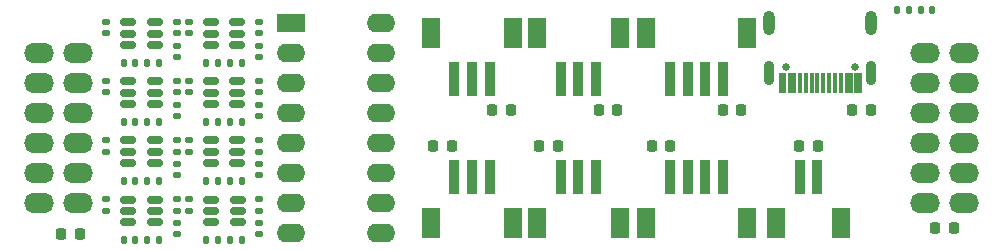
<source format=gbs>
G04 #@! TF.GenerationSoftware,KiCad,Pcbnew,7.0.9-7.0.9~ubuntu22.04.1*
G04 #@! TF.CreationDate,2023-11-24T17:50:00-08:00*
G04 #@! TF.ProjectId,pmod-level-conv-2,706d6f64-2d6c-4657-9665-6c2d636f6e76,rev?*
G04 #@! TF.SameCoordinates,Original*
G04 #@! TF.FileFunction,Soldermask,Bot*
G04 #@! TF.FilePolarity,Negative*
%FSLAX46Y46*%
G04 Gerber Fmt 4.6, Leading zero omitted, Abs format (unit mm)*
G04 Created by KiCad (PCBNEW 7.0.9-7.0.9~ubuntu22.04.1) date 2023-11-24 17:50:00*
%MOMM*%
%LPD*%
G01*
G04 APERTURE LIST*
G04 Aperture macros list*
%AMRoundRect*
0 Rectangle with rounded corners*
0 $1 Rounding radius*
0 $2 $3 $4 $5 $6 $7 $8 $9 X,Y pos of 4 corners*
0 Add a 4 corners polygon primitive as box body*
4,1,4,$2,$3,$4,$5,$6,$7,$8,$9,$2,$3,0*
0 Add four circle primitives for the rounded corners*
1,1,$1+$1,$2,$3*
1,1,$1+$1,$4,$5*
1,1,$1+$1,$6,$7*
1,1,$1+$1,$8,$9*
0 Add four rect primitives between the rounded corners*
20,1,$1+$1,$2,$3,$4,$5,0*
20,1,$1+$1,$4,$5,$6,$7,0*
20,1,$1+$1,$6,$7,$8,$9,0*
20,1,$1+$1,$8,$9,$2,$3,0*%
G04 Aperture macros list end*
%ADD10O,2.540000X1.700000*%
%ADD11R,2.400000X1.600000*%
%ADD12O,2.400000X1.600000*%
%ADD13RoundRect,0.147500X-0.172500X0.147500X-0.172500X-0.147500X0.172500X-0.147500X0.172500X0.147500X0*%
%ADD14RoundRect,0.150000X-0.512500X-0.150000X0.512500X-0.150000X0.512500X0.150000X-0.512500X0.150000X0*%
%ADD15RoundRect,0.218750X-0.218750X-0.256250X0.218750X-0.256250X0.218750X0.256250X-0.218750X0.256250X0*%
%ADD16RoundRect,0.218750X0.218750X0.256250X-0.218750X0.256250X-0.218750X-0.256250X0.218750X-0.256250X0*%
%ADD17R,0.950000X3.000000*%
%ADD18R,1.500000X2.500000*%
%ADD19RoundRect,0.147500X0.147500X0.172500X-0.147500X0.172500X-0.147500X-0.172500X0.147500X-0.172500X0*%
%ADD20RoundRect,0.147500X-0.147500X-0.172500X0.147500X-0.172500X0.147500X0.172500X-0.147500X0.172500X0*%
%ADD21C,0.650000*%
%ADD22R,0.300000X1.750000*%
%ADD23O,1.000000X2.100000*%
%ADD24O,0.900000X2.100000*%
G04 APERTURE END LIST*
D10*
G04 #@! TO.C,J2*
X127330000Y-93650000D03*
X127330000Y-96190000D03*
X127330000Y-98730000D03*
X127330000Y-101270000D03*
X127330000Y-103810000D03*
X127330000Y-106350000D03*
X130670000Y-93650000D03*
X130670000Y-96190000D03*
X130670000Y-98730000D03*
X130670000Y-101270000D03*
X130670000Y-103810000D03*
X130670000Y-106350000D03*
G04 #@! TD*
G04 #@! TO.C,J1*
X55670000Y-93650000D03*
X55670000Y-96190000D03*
X55670000Y-98730000D03*
X55670000Y-101270000D03*
X55670000Y-103810000D03*
X55670000Y-106350000D03*
X52330000Y-93650000D03*
X52330000Y-96190000D03*
X52330000Y-98730000D03*
X52330000Y-101270000D03*
X52330000Y-103810000D03*
X52330000Y-106350000D03*
G04 #@! TD*
D11*
G04 #@! TO.C,SW1*
X73700000Y-91100000D03*
D12*
X73700000Y-93640000D03*
X73700000Y-96180000D03*
X73700000Y-98720000D03*
X73700000Y-101260000D03*
X73700000Y-103800000D03*
X73700000Y-106340000D03*
X73700000Y-108880000D03*
X81320000Y-108880000D03*
X81320000Y-106340000D03*
X81320000Y-103800000D03*
X81320000Y-101260000D03*
X81320000Y-98720000D03*
X81320000Y-96180000D03*
X81320000Y-93640000D03*
X81320000Y-91100000D03*
G04 #@! TD*
D13*
G04 #@! TO.C,R7*
X64000000Y-101015000D03*
X64000000Y-101985000D03*
G04 #@! TD*
D14*
G04 #@! TO.C,U6*
X66862500Y-97950000D03*
X66862500Y-97000000D03*
X66862500Y-96050000D03*
X69137500Y-96050000D03*
X69137500Y-97000000D03*
X69137500Y-97950000D03*
G04 #@! TD*
G04 #@! TO.C,U2*
X59862500Y-97950000D03*
X59862500Y-97000000D03*
X59862500Y-96050000D03*
X62137500Y-96050000D03*
X62137500Y-97000000D03*
X62137500Y-97950000D03*
G04 #@! TD*
D15*
G04 #@! TO.C,C20*
X94712500Y-101500000D03*
X96287500Y-101500000D03*
G04 #@! TD*
D13*
G04 #@! TO.C,R19*
X71000000Y-101015000D03*
X71000000Y-101985000D03*
G04 #@! TD*
D16*
G04 #@! TO.C,C23*
X111787500Y-98500000D03*
X110212500Y-98500000D03*
G04 #@! TD*
D15*
G04 #@! TO.C,C26*
X128212500Y-108500000D03*
X129787500Y-108500000D03*
G04 #@! TD*
D13*
G04 #@! TO.C,R16*
X71000000Y-96015000D03*
X71000000Y-96985000D03*
G04 #@! TD*
D14*
G04 #@! TO.C,U1*
X59862500Y-92950000D03*
X59862500Y-92000000D03*
X59862500Y-91050000D03*
X62137500Y-91050000D03*
X62137500Y-92000000D03*
X62137500Y-92950000D03*
G04 #@! TD*
D17*
G04 #@! TO.C,J3*
X90500000Y-104133300D03*
X89000000Y-104133300D03*
X87500001Y-104133300D03*
D18*
X92500000Y-108033300D03*
X85500000Y-108033300D03*
G04 #@! TD*
D19*
G04 #@! TO.C,C16*
X69485000Y-109500000D03*
X68515000Y-109500000D03*
G04 #@! TD*
G04 #@! TO.C,C4*
X62485000Y-99500000D03*
X61515000Y-99500000D03*
G04 #@! TD*
D13*
G04 #@! TO.C,R23*
X65000000Y-106015000D03*
X65000000Y-106985000D03*
G04 #@! TD*
D19*
G04 #@! TO.C,C8*
X62485000Y-109500000D03*
X61515000Y-109500000D03*
G04 #@! TD*
D20*
G04 #@! TO.C,C7*
X59515000Y-109500000D03*
X60485000Y-109500000D03*
G04 #@! TD*
D13*
G04 #@! TO.C,R17*
X65000000Y-96015000D03*
X65000000Y-96985000D03*
G04 #@! TD*
D20*
G04 #@! TO.C,C5*
X59515000Y-104500000D03*
X60485000Y-104500000D03*
G04 #@! TD*
D13*
G04 #@! TO.C,R2*
X64000000Y-91015000D03*
X64000000Y-91985000D03*
G04 #@! TD*
G04 #@! TO.C,R20*
X65000000Y-101015000D03*
X65000000Y-101985000D03*
G04 #@! TD*
G04 #@! TO.C,R1*
X58000000Y-91015000D03*
X58000000Y-91985000D03*
G04 #@! TD*
G04 #@! TO.C,R15*
X71000000Y-93015000D03*
X71000000Y-93985000D03*
G04 #@! TD*
G04 #@! TO.C,R22*
X71000000Y-106015000D03*
X71000000Y-106985000D03*
G04 #@! TD*
D14*
G04 #@! TO.C,U8*
X66916190Y-107950000D03*
X66916190Y-107000000D03*
X66916190Y-106050000D03*
X69191190Y-106050000D03*
X69191190Y-107000000D03*
X69191190Y-107950000D03*
G04 #@! TD*
D13*
G04 #@! TO.C,R21*
X71000000Y-103015000D03*
X71000000Y-103985000D03*
G04 #@! TD*
D20*
G04 #@! TO.C,C9*
X66515000Y-94500000D03*
X67485000Y-94500000D03*
G04 #@! TD*
D19*
G04 #@! TO.C,C2*
X62485000Y-94500000D03*
X61515000Y-94500000D03*
G04 #@! TD*
G04 #@! TO.C,C14*
X69485000Y-104500000D03*
X68515000Y-104500000D03*
G04 #@! TD*
D20*
G04 #@! TO.C,R26*
X127015000Y-90000000D03*
X127985000Y-90000000D03*
G04 #@! TD*
D13*
G04 #@! TO.C,R14*
X65000000Y-91015000D03*
X65000000Y-91985000D03*
G04 #@! TD*
D14*
G04 #@! TO.C,U3*
X59862500Y-102950000D03*
X59862500Y-102000000D03*
X59862500Y-101050000D03*
X62137500Y-101050000D03*
X62137500Y-102000000D03*
X62137500Y-102950000D03*
G04 #@! TD*
D20*
G04 #@! TO.C,C3*
X59515000Y-99500000D03*
X60485000Y-99500000D03*
G04 #@! TD*
D21*
G04 #@! TO.C,J9*
X115610000Y-94810000D03*
X121390000Y-94810000D03*
D22*
X115150000Y-96150000D03*
X115950000Y-96150000D03*
X117250000Y-96150000D03*
X118250000Y-96150000D03*
X118750000Y-96150000D03*
X119750000Y-96150000D03*
X121050000Y-96150000D03*
X121850000Y-96150000D03*
X121550000Y-96150000D03*
X120750000Y-96150000D03*
X120250000Y-96150000D03*
X119250000Y-96150000D03*
X117750000Y-96150000D03*
X116750000Y-96150000D03*
X116250000Y-96150000D03*
X115450000Y-96150000D03*
D23*
X114180000Y-91130000D03*
D24*
X114180000Y-95310000D03*
D23*
X122820000Y-91130000D03*
D24*
X122820000Y-95310000D03*
G04 #@! TD*
D13*
G04 #@! TO.C,R12*
X64000000Y-108015000D03*
X64000000Y-108985000D03*
G04 #@! TD*
D19*
G04 #@! TO.C,C12*
X69485000Y-99500000D03*
X68515000Y-99500000D03*
G04 #@! TD*
D17*
G04 #@! TO.C,J7*
X110250000Y-104133300D03*
X108750000Y-104133300D03*
X107250001Y-104133300D03*
X105750001Y-104133300D03*
D18*
X112250000Y-108033300D03*
X103750000Y-108033300D03*
G04 #@! TD*
D19*
G04 #@! TO.C,C6*
X62485000Y-104500000D03*
X61515000Y-104500000D03*
G04 #@! TD*
D20*
G04 #@! TO.C,C13*
X66515000Y-104500000D03*
X67485000Y-104500000D03*
G04 #@! TD*
D15*
G04 #@! TO.C,C22*
X104212500Y-101500000D03*
X105787500Y-101500000D03*
G04 #@! TD*
D16*
G04 #@! TO.C,C21*
X101287500Y-98500000D03*
X99712500Y-98500000D03*
G04 #@! TD*
D19*
G04 #@! TO.C,C10*
X69485000Y-94500000D03*
X68515000Y-94500000D03*
G04 #@! TD*
D17*
G04 #@! TO.C,J10*
X118250000Y-104133300D03*
X116750000Y-104133300D03*
D18*
X120250000Y-108033300D03*
X114750000Y-108033300D03*
G04 #@! TD*
D14*
G04 #@! TO.C,U4*
X59862500Y-107950000D03*
X59862500Y-107000000D03*
X59862500Y-106050000D03*
X62137500Y-106050000D03*
X62137500Y-107000000D03*
X62137500Y-107950000D03*
G04 #@! TD*
D13*
G04 #@! TO.C,R8*
X58000000Y-101015000D03*
X58000000Y-101985000D03*
G04 #@! TD*
D20*
G04 #@! TO.C,C1*
X59515000Y-94500000D03*
X60485000Y-94500000D03*
G04 #@! TD*
G04 #@! TO.C,C15*
X66515000Y-109500000D03*
X67485000Y-109500000D03*
G04 #@! TD*
D17*
G04 #@! TO.C,J6*
X96500000Y-95866700D03*
X98000000Y-95866700D03*
X99499999Y-95866700D03*
D18*
X94500000Y-91966700D03*
X101500000Y-91966700D03*
G04 #@! TD*
D13*
G04 #@! TO.C,R10*
X64000000Y-106015000D03*
X64000000Y-106985000D03*
G04 #@! TD*
D14*
G04 #@! TO.C,U7*
X66862500Y-102950000D03*
X66862500Y-102000000D03*
X66862500Y-101050000D03*
X69137500Y-101050000D03*
X69137500Y-102000000D03*
X69137500Y-102950000D03*
G04 #@! TD*
D13*
G04 #@! TO.C,R4*
X64000000Y-96015000D03*
X64000000Y-96985000D03*
G04 #@! TD*
G04 #@! TO.C,R18*
X71000000Y-98015000D03*
X71000000Y-98985000D03*
G04 #@! TD*
G04 #@! TO.C,R11*
X58000000Y-106015000D03*
X58000000Y-106985000D03*
G04 #@! TD*
G04 #@! TO.C,R3*
X64000000Y-93015000D03*
X64000000Y-93985000D03*
G04 #@! TD*
D17*
G04 #@! TO.C,J4*
X87500000Y-95866700D03*
X89000000Y-95866700D03*
X90499999Y-95866700D03*
D18*
X85500000Y-91966700D03*
X92500000Y-91966700D03*
G04 #@! TD*
D13*
G04 #@! TO.C,R6*
X64000000Y-98015000D03*
X64000000Y-98985000D03*
G04 #@! TD*
G04 #@! TO.C,R13*
X71000000Y-91015000D03*
X71000000Y-91985000D03*
G04 #@! TD*
D17*
G04 #@! TO.C,J5*
X99500000Y-104133300D03*
X98000000Y-104133300D03*
X96500001Y-104133300D03*
D18*
X101500000Y-108033300D03*
X94500000Y-108033300D03*
G04 #@! TD*
D16*
G04 #@! TO.C,C19*
X92287500Y-98500000D03*
X90712500Y-98500000D03*
G04 #@! TD*
D15*
G04 #@! TO.C,C18*
X85712500Y-101500000D03*
X87287500Y-101500000D03*
G04 #@! TD*
G04 #@! TO.C,C17*
X121212500Y-98500000D03*
X122787500Y-98500000D03*
G04 #@! TD*
D20*
G04 #@! TO.C,C11*
X66515000Y-99500000D03*
X67485000Y-99500000D03*
G04 #@! TD*
D14*
G04 #@! TO.C,U5*
X66862500Y-92950000D03*
X66862500Y-92000000D03*
X66862500Y-91050000D03*
X69137500Y-91050000D03*
X69137500Y-92000000D03*
X69137500Y-92950000D03*
G04 #@! TD*
D13*
G04 #@! TO.C,R5*
X58000000Y-96015000D03*
X58000000Y-96985000D03*
G04 #@! TD*
D20*
G04 #@! TO.C,R25*
X125015000Y-90010000D03*
X125985000Y-90010000D03*
G04 #@! TD*
D13*
G04 #@! TO.C,R24*
X71000000Y-108015000D03*
X71000000Y-108985000D03*
G04 #@! TD*
D17*
G04 #@! TO.C,J8*
X105750000Y-95866700D03*
X107250000Y-95866700D03*
X108749999Y-95866700D03*
X110249999Y-95866700D03*
D18*
X103750000Y-91966700D03*
X112250000Y-91966700D03*
G04 #@! TD*
D16*
G04 #@! TO.C,C25*
X55787500Y-109000000D03*
X54212500Y-109000000D03*
G04 #@! TD*
D13*
G04 #@! TO.C,R9*
X64000000Y-103015000D03*
X64000000Y-103985000D03*
G04 #@! TD*
D15*
G04 #@! TO.C,C24*
X116712500Y-101500000D03*
X118287500Y-101500000D03*
G04 #@! TD*
M02*

</source>
